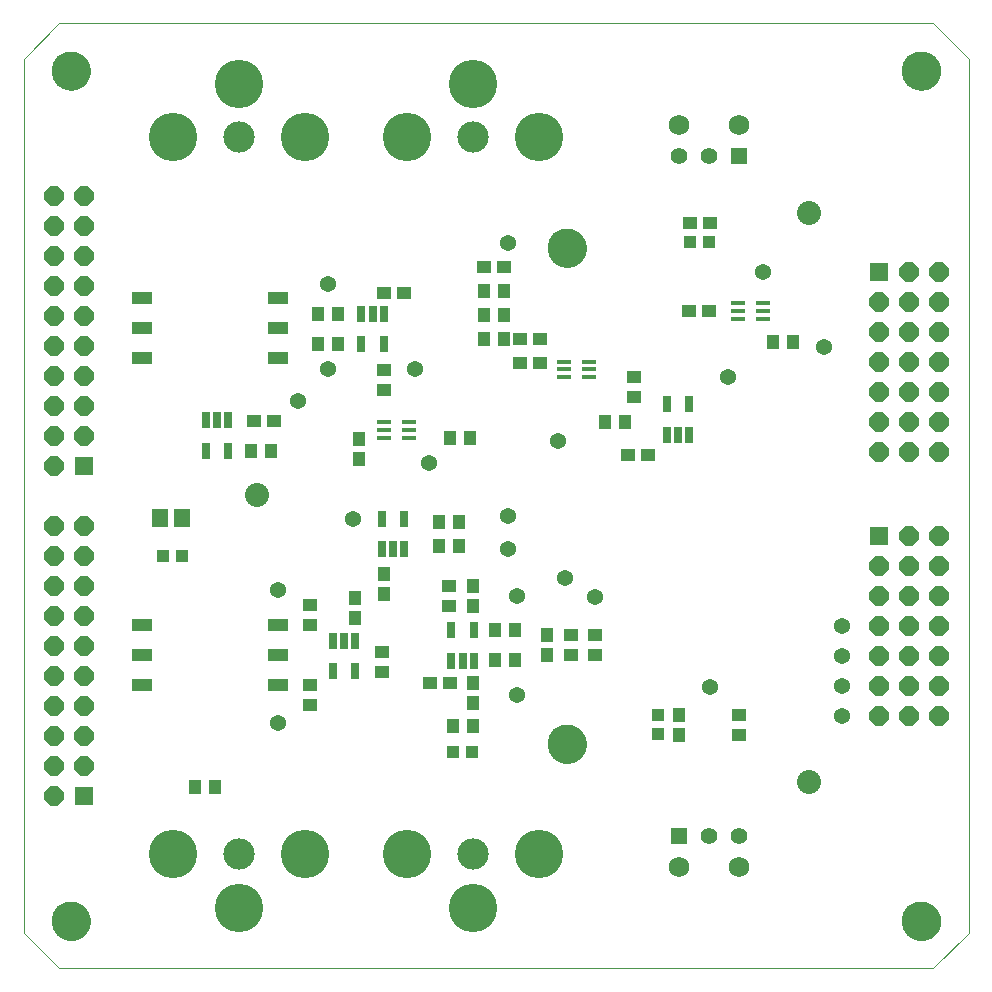
<source format=gts>
G75*
%MOIN*%
%OFA0B0*%
%FSLAX25Y25*%
%IPPOS*%
%LPD*%
%AMOC8*
5,1,8,0,0,1.08239X$1,22.5*
%
%ADD10R,0.04731X0.04337*%
%ADD11R,0.04337X0.04731*%
%ADD12R,0.03943X0.03943*%
%ADD13C,0.05550*%
%ADD14R,0.05550X0.05550*%
%ADD15C,0.06896*%
%ADD16C,0.10439*%
%ADD17C,0.16148*%
%ADD18R,0.06699X0.04337*%
%ADD19C,0.05400*%
%ADD20R,0.05000X0.01800*%
%ADD21R,0.02600X0.05400*%
%ADD22C,0.08000*%
%ADD23OC8,0.06400*%
%ADD24R,0.06400X0.06400*%
%ADD25C,0.00000*%
%ADD26C,0.12998*%
%ADD27R,0.05518X0.06306*%
D10*
X0105511Y0098296D03*
X0105511Y0104989D03*
X0105511Y0124796D03*
X0105511Y0131489D03*
X0129511Y0115989D03*
X0129511Y0109296D03*
X0145665Y0105643D03*
X0152357Y0105643D03*
X0152011Y0131296D03*
X0152011Y0137989D03*
X0192511Y0121489D03*
X0192511Y0114796D03*
X0200511Y0114796D03*
X0200511Y0121489D03*
X0248511Y0094989D03*
X0248511Y0088296D03*
X0218346Y0181557D03*
X0211654Y0181557D03*
X0213800Y0200911D03*
X0213800Y0207604D03*
X0231939Y0229646D03*
X0238631Y0229646D03*
X0238857Y0259043D03*
X0232165Y0259043D03*
X0182357Y0220143D03*
X0175665Y0220143D03*
X0175639Y0212146D03*
X0182331Y0212146D03*
X0170357Y0244143D03*
X0163665Y0244143D03*
X0136857Y0235643D03*
X0130165Y0235643D03*
X0130211Y0209989D03*
X0130211Y0203296D03*
X0093546Y0192957D03*
X0086854Y0192957D03*
D11*
X0085854Y0182957D03*
X0092546Y0182957D03*
X0122011Y0180296D03*
X0122011Y0186989D03*
X0148654Y0159357D03*
X0155346Y0159357D03*
X0155346Y0151157D03*
X0148654Y0151157D03*
X0160011Y0137989D03*
X0160011Y0131296D03*
X0167165Y0123143D03*
X0173857Y0123143D03*
X0173857Y0113143D03*
X0167165Y0113143D03*
X0160011Y0105489D03*
X0160011Y0098796D03*
X0159857Y0091143D03*
X0153165Y0091143D03*
X0184511Y0114796D03*
X0184511Y0121489D03*
X0228511Y0094989D03*
X0228511Y0088296D03*
X0130200Y0135211D03*
X0130200Y0141904D03*
X0120511Y0133989D03*
X0120511Y0127296D03*
X0073857Y0070894D03*
X0067165Y0070894D03*
X0152254Y0187357D03*
X0158946Y0187357D03*
X0163665Y0220143D03*
X0170357Y0220143D03*
X0170357Y0228143D03*
X0163665Y0228143D03*
X0163665Y0236143D03*
X0170357Y0236143D03*
X0203854Y0192457D03*
X0210546Y0192457D03*
X0259954Y0219357D03*
X0266646Y0219357D03*
X0114857Y0218643D03*
X0108165Y0218643D03*
X0108165Y0228743D03*
X0114857Y0228743D03*
D12*
X0063050Y0147957D03*
X0056750Y0147957D03*
X0153361Y0082643D03*
X0159661Y0082643D03*
X0221511Y0088493D03*
X0221511Y0094792D03*
X0232361Y0252543D03*
X0238661Y0252543D03*
D13*
X0238537Y0281257D03*
X0228537Y0281257D03*
X0238537Y0054643D03*
X0248537Y0054643D03*
D14*
X0228537Y0054643D03*
X0248537Y0281257D03*
D15*
X0248537Y0291612D03*
X0228537Y0291612D03*
X0228537Y0044328D03*
X0248537Y0044328D03*
D16*
X0159837Y0048457D03*
X0082137Y0048457D03*
X0082137Y0287426D03*
X0159837Y0287426D03*
D17*
X0159837Y0305143D03*
X0137837Y0287426D03*
X0104137Y0287426D03*
X0082137Y0305143D03*
X0060137Y0287426D03*
X0181837Y0287426D03*
X0181837Y0048457D03*
X0159837Y0030741D03*
X0137837Y0048457D03*
X0104137Y0048457D03*
X0082137Y0030741D03*
X0060137Y0048457D03*
D18*
X0049673Y0104843D03*
X0049673Y0114843D03*
X0049673Y0124843D03*
X0094949Y0124843D03*
X0094949Y0114843D03*
X0094949Y0104843D03*
X0094944Y0213938D03*
X0094944Y0223938D03*
X0094944Y0233938D03*
X0049669Y0233938D03*
X0049669Y0223938D03*
X0049669Y0213938D03*
D19*
X0101700Y0199457D03*
X0111511Y0210143D03*
X0111511Y0238643D03*
X0140511Y0210143D03*
X0145300Y0178857D03*
X0120100Y0160357D03*
X0095011Y0136643D03*
X0095011Y0092143D03*
X0171800Y0150157D03*
X0171800Y0161157D03*
X0190511Y0140543D03*
X0200511Y0134143D03*
X0174511Y0134643D03*
X0174511Y0101643D03*
X0239011Y0104143D03*
X0282900Y0104457D03*
X0282900Y0094457D03*
X0282900Y0114457D03*
X0282900Y0124457D03*
X0245100Y0207657D03*
X0276900Y0217657D03*
X0256511Y0242643D03*
X0188400Y0186357D03*
X0171511Y0252143D03*
D20*
X0190411Y0212743D03*
X0190411Y0210143D03*
X0190411Y0207543D03*
X0198611Y0207543D03*
X0198611Y0210143D03*
X0198611Y0212743D03*
X0248411Y0227043D03*
X0248411Y0229643D03*
X0248411Y0232243D03*
X0256611Y0232243D03*
X0256611Y0229643D03*
X0256611Y0227043D03*
X0138511Y0192543D03*
X0138511Y0189943D03*
X0138511Y0187343D03*
X0130311Y0187343D03*
X0130311Y0189943D03*
X0130311Y0192543D03*
D21*
X0130211Y0218543D03*
X0122811Y0218543D03*
X0122811Y0228743D03*
X0126511Y0228743D03*
X0130211Y0228743D03*
X0078266Y0193128D03*
X0074566Y0193128D03*
X0070866Y0193128D03*
X0070866Y0182928D03*
X0078266Y0182928D03*
X0129500Y0160357D03*
X0136900Y0160357D03*
X0136900Y0150157D03*
X0133200Y0150157D03*
X0129500Y0150157D03*
X0152811Y0123243D03*
X0160211Y0123243D03*
X0160211Y0113043D03*
X0156511Y0113043D03*
X0152811Y0113043D03*
X0120711Y0109543D03*
X0113311Y0109543D03*
X0113311Y0119743D03*
X0117011Y0119743D03*
X0120711Y0119743D03*
X0224500Y0188357D03*
X0228200Y0188357D03*
X0231900Y0188357D03*
X0231900Y0198557D03*
X0224500Y0198557D03*
D22*
X0272011Y0262143D03*
X0088011Y0168143D03*
X0272011Y0072643D03*
D23*
X0295200Y0094457D03*
X0305200Y0094457D03*
X0315200Y0094457D03*
X0315200Y0104457D03*
X0305200Y0104457D03*
X0295200Y0104457D03*
X0295200Y0114457D03*
X0305200Y0114457D03*
X0315200Y0114457D03*
X0315200Y0124457D03*
X0305200Y0124457D03*
X0295200Y0124457D03*
X0295200Y0134457D03*
X0305200Y0134457D03*
X0315200Y0134457D03*
X0315200Y0144457D03*
X0315200Y0154457D03*
X0305200Y0154457D03*
X0305200Y0144457D03*
X0295200Y0144457D03*
X0295200Y0182457D03*
X0305200Y0182457D03*
X0315200Y0182457D03*
X0315200Y0192457D03*
X0305200Y0192457D03*
X0295200Y0192457D03*
X0295200Y0202457D03*
X0305200Y0202457D03*
X0315200Y0202457D03*
X0315200Y0212457D03*
X0305200Y0212457D03*
X0295200Y0212457D03*
X0295200Y0222457D03*
X0305200Y0222457D03*
X0315200Y0222457D03*
X0315200Y0232457D03*
X0305200Y0232457D03*
X0295200Y0232457D03*
X0305200Y0242457D03*
X0315200Y0242457D03*
X0030161Y0237918D03*
X0030161Y0227918D03*
X0030161Y0217918D03*
X0030161Y0207918D03*
X0030161Y0197918D03*
X0030161Y0187918D03*
X0020161Y0187918D03*
X0020161Y0177918D03*
X0020161Y0157918D03*
X0030161Y0157918D03*
X0030161Y0147918D03*
X0030161Y0137918D03*
X0030161Y0127918D03*
X0030161Y0117918D03*
X0030161Y0107918D03*
X0030161Y0097918D03*
X0030161Y0087918D03*
X0030161Y0077918D03*
X0020161Y0077918D03*
X0020161Y0067918D03*
X0020161Y0087918D03*
X0020161Y0097918D03*
X0020161Y0107918D03*
X0020161Y0117918D03*
X0020161Y0127918D03*
X0020161Y0137918D03*
X0020161Y0147918D03*
X0020161Y0197918D03*
X0020161Y0207918D03*
X0020161Y0217918D03*
X0020161Y0227918D03*
X0020161Y0237918D03*
X0020161Y0247918D03*
X0030161Y0247918D03*
X0030161Y0257918D03*
X0030161Y0267918D03*
X0020161Y0267918D03*
X0020161Y0257918D03*
D24*
X0030161Y0177918D03*
X0030161Y0067918D03*
X0295200Y0154457D03*
X0295200Y0242457D03*
D25*
X0022011Y0010457D02*
X0010200Y0022269D01*
X0010200Y0313607D01*
X0022011Y0325418D01*
X0313350Y0325418D01*
X0325161Y0313607D01*
X0325161Y0022269D01*
X0313350Y0010457D01*
X0022011Y0010457D01*
X0019649Y0026206D02*
X0019651Y0026364D01*
X0019657Y0026522D01*
X0019667Y0026680D01*
X0019681Y0026838D01*
X0019699Y0026995D01*
X0019720Y0027152D01*
X0019746Y0027308D01*
X0019776Y0027464D01*
X0019809Y0027619D01*
X0019847Y0027772D01*
X0019888Y0027925D01*
X0019933Y0028077D01*
X0019982Y0028228D01*
X0020035Y0028377D01*
X0020091Y0028525D01*
X0020151Y0028671D01*
X0020215Y0028816D01*
X0020283Y0028959D01*
X0020354Y0029101D01*
X0020428Y0029241D01*
X0020506Y0029378D01*
X0020588Y0029514D01*
X0020672Y0029648D01*
X0020761Y0029779D01*
X0020852Y0029908D01*
X0020947Y0030035D01*
X0021044Y0030160D01*
X0021145Y0030282D01*
X0021249Y0030401D01*
X0021356Y0030518D01*
X0021466Y0030632D01*
X0021579Y0030743D01*
X0021694Y0030852D01*
X0021812Y0030957D01*
X0021933Y0031059D01*
X0022056Y0031159D01*
X0022182Y0031255D01*
X0022310Y0031348D01*
X0022440Y0031438D01*
X0022573Y0031524D01*
X0022708Y0031608D01*
X0022844Y0031687D01*
X0022983Y0031764D01*
X0023124Y0031836D01*
X0023266Y0031906D01*
X0023410Y0031971D01*
X0023556Y0032033D01*
X0023703Y0032091D01*
X0023852Y0032146D01*
X0024002Y0032197D01*
X0024153Y0032244D01*
X0024305Y0032287D01*
X0024458Y0032326D01*
X0024613Y0032362D01*
X0024768Y0032393D01*
X0024924Y0032421D01*
X0025080Y0032445D01*
X0025237Y0032465D01*
X0025395Y0032481D01*
X0025552Y0032493D01*
X0025711Y0032501D01*
X0025869Y0032505D01*
X0026027Y0032505D01*
X0026185Y0032501D01*
X0026344Y0032493D01*
X0026501Y0032481D01*
X0026659Y0032465D01*
X0026816Y0032445D01*
X0026972Y0032421D01*
X0027128Y0032393D01*
X0027283Y0032362D01*
X0027438Y0032326D01*
X0027591Y0032287D01*
X0027743Y0032244D01*
X0027894Y0032197D01*
X0028044Y0032146D01*
X0028193Y0032091D01*
X0028340Y0032033D01*
X0028486Y0031971D01*
X0028630Y0031906D01*
X0028772Y0031836D01*
X0028913Y0031764D01*
X0029052Y0031687D01*
X0029188Y0031608D01*
X0029323Y0031524D01*
X0029456Y0031438D01*
X0029586Y0031348D01*
X0029714Y0031255D01*
X0029840Y0031159D01*
X0029963Y0031059D01*
X0030084Y0030957D01*
X0030202Y0030852D01*
X0030317Y0030743D01*
X0030430Y0030632D01*
X0030540Y0030518D01*
X0030647Y0030401D01*
X0030751Y0030282D01*
X0030852Y0030160D01*
X0030949Y0030035D01*
X0031044Y0029908D01*
X0031135Y0029779D01*
X0031224Y0029648D01*
X0031308Y0029514D01*
X0031390Y0029378D01*
X0031468Y0029241D01*
X0031542Y0029101D01*
X0031613Y0028959D01*
X0031681Y0028816D01*
X0031745Y0028671D01*
X0031805Y0028525D01*
X0031861Y0028377D01*
X0031914Y0028228D01*
X0031963Y0028077D01*
X0032008Y0027925D01*
X0032049Y0027772D01*
X0032087Y0027619D01*
X0032120Y0027464D01*
X0032150Y0027308D01*
X0032176Y0027152D01*
X0032197Y0026995D01*
X0032215Y0026838D01*
X0032229Y0026680D01*
X0032239Y0026522D01*
X0032245Y0026364D01*
X0032247Y0026206D01*
X0032245Y0026048D01*
X0032239Y0025890D01*
X0032229Y0025732D01*
X0032215Y0025574D01*
X0032197Y0025417D01*
X0032176Y0025260D01*
X0032150Y0025104D01*
X0032120Y0024948D01*
X0032087Y0024793D01*
X0032049Y0024640D01*
X0032008Y0024487D01*
X0031963Y0024335D01*
X0031914Y0024184D01*
X0031861Y0024035D01*
X0031805Y0023887D01*
X0031745Y0023741D01*
X0031681Y0023596D01*
X0031613Y0023453D01*
X0031542Y0023311D01*
X0031468Y0023171D01*
X0031390Y0023034D01*
X0031308Y0022898D01*
X0031224Y0022764D01*
X0031135Y0022633D01*
X0031044Y0022504D01*
X0030949Y0022377D01*
X0030852Y0022252D01*
X0030751Y0022130D01*
X0030647Y0022011D01*
X0030540Y0021894D01*
X0030430Y0021780D01*
X0030317Y0021669D01*
X0030202Y0021560D01*
X0030084Y0021455D01*
X0029963Y0021353D01*
X0029840Y0021253D01*
X0029714Y0021157D01*
X0029586Y0021064D01*
X0029456Y0020974D01*
X0029323Y0020888D01*
X0029188Y0020804D01*
X0029052Y0020725D01*
X0028913Y0020648D01*
X0028772Y0020576D01*
X0028630Y0020506D01*
X0028486Y0020441D01*
X0028340Y0020379D01*
X0028193Y0020321D01*
X0028044Y0020266D01*
X0027894Y0020215D01*
X0027743Y0020168D01*
X0027591Y0020125D01*
X0027438Y0020086D01*
X0027283Y0020050D01*
X0027128Y0020019D01*
X0026972Y0019991D01*
X0026816Y0019967D01*
X0026659Y0019947D01*
X0026501Y0019931D01*
X0026344Y0019919D01*
X0026185Y0019911D01*
X0026027Y0019907D01*
X0025869Y0019907D01*
X0025711Y0019911D01*
X0025552Y0019919D01*
X0025395Y0019931D01*
X0025237Y0019947D01*
X0025080Y0019967D01*
X0024924Y0019991D01*
X0024768Y0020019D01*
X0024613Y0020050D01*
X0024458Y0020086D01*
X0024305Y0020125D01*
X0024153Y0020168D01*
X0024002Y0020215D01*
X0023852Y0020266D01*
X0023703Y0020321D01*
X0023556Y0020379D01*
X0023410Y0020441D01*
X0023266Y0020506D01*
X0023124Y0020576D01*
X0022983Y0020648D01*
X0022844Y0020725D01*
X0022708Y0020804D01*
X0022573Y0020888D01*
X0022440Y0020974D01*
X0022310Y0021064D01*
X0022182Y0021157D01*
X0022056Y0021253D01*
X0021933Y0021353D01*
X0021812Y0021455D01*
X0021694Y0021560D01*
X0021579Y0021669D01*
X0021466Y0021780D01*
X0021356Y0021894D01*
X0021249Y0022011D01*
X0021145Y0022130D01*
X0021044Y0022252D01*
X0020947Y0022377D01*
X0020852Y0022504D01*
X0020761Y0022633D01*
X0020672Y0022764D01*
X0020588Y0022898D01*
X0020506Y0023034D01*
X0020428Y0023171D01*
X0020354Y0023311D01*
X0020283Y0023453D01*
X0020215Y0023596D01*
X0020151Y0023741D01*
X0020091Y0023887D01*
X0020035Y0024035D01*
X0019982Y0024184D01*
X0019933Y0024335D01*
X0019888Y0024487D01*
X0019847Y0024640D01*
X0019809Y0024793D01*
X0019776Y0024948D01*
X0019746Y0025104D01*
X0019720Y0025260D01*
X0019699Y0025417D01*
X0019681Y0025574D01*
X0019667Y0025732D01*
X0019657Y0025890D01*
X0019651Y0026048D01*
X0019649Y0026206D01*
X0185003Y0085261D02*
X0185005Y0085419D01*
X0185011Y0085577D01*
X0185021Y0085735D01*
X0185035Y0085893D01*
X0185053Y0086050D01*
X0185074Y0086207D01*
X0185100Y0086363D01*
X0185130Y0086519D01*
X0185163Y0086674D01*
X0185201Y0086827D01*
X0185242Y0086980D01*
X0185287Y0087132D01*
X0185336Y0087283D01*
X0185389Y0087432D01*
X0185445Y0087580D01*
X0185505Y0087726D01*
X0185569Y0087871D01*
X0185637Y0088014D01*
X0185708Y0088156D01*
X0185782Y0088296D01*
X0185860Y0088433D01*
X0185942Y0088569D01*
X0186026Y0088703D01*
X0186115Y0088834D01*
X0186206Y0088963D01*
X0186301Y0089090D01*
X0186398Y0089215D01*
X0186499Y0089337D01*
X0186603Y0089456D01*
X0186710Y0089573D01*
X0186820Y0089687D01*
X0186933Y0089798D01*
X0187048Y0089907D01*
X0187166Y0090012D01*
X0187287Y0090114D01*
X0187410Y0090214D01*
X0187536Y0090310D01*
X0187664Y0090403D01*
X0187794Y0090493D01*
X0187927Y0090579D01*
X0188062Y0090663D01*
X0188198Y0090742D01*
X0188337Y0090819D01*
X0188478Y0090891D01*
X0188620Y0090961D01*
X0188764Y0091026D01*
X0188910Y0091088D01*
X0189057Y0091146D01*
X0189206Y0091201D01*
X0189356Y0091252D01*
X0189507Y0091299D01*
X0189659Y0091342D01*
X0189812Y0091381D01*
X0189967Y0091417D01*
X0190122Y0091448D01*
X0190278Y0091476D01*
X0190434Y0091500D01*
X0190591Y0091520D01*
X0190749Y0091536D01*
X0190906Y0091548D01*
X0191065Y0091556D01*
X0191223Y0091560D01*
X0191381Y0091560D01*
X0191539Y0091556D01*
X0191698Y0091548D01*
X0191855Y0091536D01*
X0192013Y0091520D01*
X0192170Y0091500D01*
X0192326Y0091476D01*
X0192482Y0091448D01*
X0192637Y0091417D01*
X0192792Y0091381D01*
X0192945Y0091342D01*
X0193097Y0091299D01*
X0193248Y0091252D01*
X0193398Y0091201D01*
X0193547Y0091146D01*
X0193694Y0091088D01*
X0193840Y0091026D01*
X0193984Y0090961D01*
X0194126Y0090891D01*
X0194267Y0090819D01*
X0194406Y0090742D01*
X0194542Y0090663D01*
X0194677Y0090579D01*
X0194810Y0090493D01*
X0194940Y0090403D01*
X0195068Y0090310D01*
X0195194Y0090214D01*
X0195317Y0090114D01*
X0195438Y0090012D01*
X0195556Y0089907D01*
X0195671Y0089798D01*
X0195784Y0089687D01*
X0195894Y0089573D01*
X0196001Y0089456D01*
X0196105Y0089337D01*
X0196206Y0089215D01*
X0196303Y0089090D01*
X0196398Y0088963D01*
X0196489Y0088834D01*
X0196578Y0088703D01*
X0196662Y0088569D01*
X0196744Y0088433D01*
X0196822Y0088296D01*
X0196896Y0088156D01*
X0196967Y0088014D01*
X0197035Y0087871D01*
X0197099Y0087726D01*
X0197159Y0087580D01*
X0197215Y0087432D01*
X0197268Y0087283D01*
X0197317Y0087132D01*
X0197362Y0086980D01*
X0197403Y0086827D01*
X0197441Y0086674D01*
X0197474Y0086519D01*
X0197504Y0086363D01*
X0197530Y0086207D01*
X0197551Y0086050D01*
X0197569Y0085893D01*
X0197583Y0085735D01*
X0197593Y0085577D01*
X0197599Y0085419D01*
X0197601Y0085261D01*
X0197599Y0085103D01*
X0197593Y0084945D01*
X0197583Y0084787D01*
X0197569Y0084629D01*
X0197551Y0084472D01*
X0197530Y0084315D01*
X0197504Y0084159D01*
X0197474Y0084003D01*
X0197441Y0083848D01*
X0197403Y0083695D01*
X0197362Y0083542D01*
X0197317Y0083390D01*
X0197268Y0083239D01*
X0197215Y0083090D01*
X0197159Y0082942D01*
X0197099Y0082796D01*
X0197035Y0082651D01*
X0196967Y0082508D01*
X0196896Y0082366D01*
X0196822Y0082226D01*
X0196744Y0082089D01*
X0196662Y0081953D01*
X0196578Y0081819D01*
X0196489Y0081688D01*
X0196398Y0081559D01*
X0196303Y0081432D01*
X0196206Y0081307D01*
X0196105Y0081185D01*
X0196001Y0081066D01*
X0195894Y0080949D01*
X0195784Y0080835D01*
X0195671Y0080724D01*
X0195556Y0080615D01*
X0195438Y0080510D01*
X0195317Y0080408D01*
X0195194Y0080308D01*
X0195068Y0080212D01*
X0194940Y0080119D01*
X0194810Y0080029D01*
X0194677Y0079943D01*
X0194542Y0079859D01*
X0194406Y0079780D01*
X0194267Y0079703D01*
X0194126Y0079631D01*
X0193984Y0079561D01*
X0193840Y0079496D01*
X0193694Y0079434D01*
X0193547Y0079376D01*
X0193398Y0079321D01*
X0193248Y0079270D01*
X0193097Y0079223D01*
X0192945Y0079180D01*
X0192792Y0079141D01*
X0192637Y0079105D01*
X0192482Y0079074D01*
X0192326Y0079046D01*
X0192170Y0079022D01*
X0192013Y0079002D01*
X0191855Y0078986D01*
X0191698Y0078974D01*
X0191539Y0078966D01*
X0191381Y0078962D01*
X0191223Y0078962D01*
X0191065Y0078966D01*
X0190906Y0078974D01*
X0190749Y0078986D01*
X0190591Y0079002D01*
X0190434Y0079022D01*
X0190278Y0079046D01*
X0190122Y0079074D01*
X0189967Y0079105D01*
X0189812Y0079141D01*
X0189659Y0079180D01*
X0189507Y0079223D01*
X0189356Y0079270D01*
X0189206Y0079321D01*
X0189057Y0079376D01*
X0188910Y0079434D01*
X0188764Y0079496D01*
X0188620Y0079561D01*
X0188478Y0079631D01*
X0188337Y0079703D01*
X0188198Y0079780D01*
X0188062Y0079859D01*
X0187927Y0079943D01*
X0187794Y0080029D01*
X0187664Y0080119D01*
X0187536Y0080212D01*
X0187410Y0080308D01*
X0187287Y0080408D01*
X0187166Y0080510D01*
X0187048Y0080615D01*
X0186933Y0080724D01*
X0186820Y0080835D01*
X0186710Y0080949D01*
X0186603Y0081066D01*
X0186499Y0081185D01*
X0186398Y0081307D01*
X0186301Y0081432D01*
X0186206Y0081559D01*
X0186115Y0081688D01*
X0186026Y0081819D01*
X0185942Y0081953D01*
X0185860Y0082089D01*
X0185782Y0082226D01*
X0185708Y0082366D01*
X0185637Y0082508D01*
X0185569Y0082651D01*
X0185505Y0082796D01*
X0185445Y0082942D01*
X0185389Y0083090D01*
X0185336Y0083239D01*
X0185287Y0083390D01*
X0185242Y0083542D01*
X0185201Y0083695D01*
X0185163Y0083848D01*
X0185130Y0084003D01*
X0185100Y0084159D01*
X0185074Y0084315D01*
X0185053Y0084472D01*
X0185035Y0084629D01*
X0185021Y0084787D01*
X0185011Y0084945D01*
X0185005Y0085103D01*
X0185003Y0085261D01*
X0303114Y0026206D02*
X0303116Y0026364D01*
X0303122Y0026522D01*
X0303132Y0026680D01*
X0303146Y0026838D01*
X0303164Y0026995D01*
X0303185Y0027152D01*
X0303211Y0027308D01*
X0303241Y0027464D01*
X0303274Y0027619D01*
X0303312Y0027772D01*
X0303353Y0027925D01*
X0303398Y0028077D01*
X0303447Y0028228D01*
X0303500Y0028377D01*
X0303556Y0028525D01*
X0303616Y0028671D01*
X0303680Y0028816D01*
X0303748Y0028959D01*
X0303819Y0029101D01*
X0303893Y0029241D01*
X0303971Y0029378D01*
X0304053Y0029514D01*
X0304137Y0029648D01*
X0304226Y0029779D01*
X0304317Y0029908D01*
X0304412Y0030035D01*
X0304509Y0030160D01*
X0304610Y0030282D01*
X0304714Y0030401D01*
X0304821Y0030518D01*
X0304931Y0030632D01*
X0305044Y0030743D01*
X0305159Y0030852D01*
X0305277Y0030957D01*
X0305398Y0031059D01*
X0305521Y0031159D01*
X0305647Y0031255D01*
X0305775Y0031348D01*
X0305905Y0031438D01*
X0306038Y0031524D01*
X0306173Y0031608D01*
X0306309Y0031687D01*
X0306448Y0031764D01*
X0306589Y0031836D01*
X0306731Y0031906D01*
X0306875Y0031971D01*
X0307021Y0032033D01*
X0307168Y0032091D01*
X0307317Y0032146D01*
X0307467Y0032197D01*
X0307618Y0032244D01*
X0307770Y0032287D01*
X0307923Y0032326D01*
X0308078Y0032362D01*
X0308233Y0032393D01*
X0308389Y0032421D01*
X0308545Y0032445D01*
X0308702Y0032465D01*
X0308860Y0032481D01*
X0309017Y0032493D01*
X0309176Y0032501D01*
X0309334Y0032505D01*
X0309492Y0032505D01*
X0309650Y0032501D01*
X0309809Y0032493D01*
X0309966Y0032481D01*
X0310124Y0032465D01*
X0310281Y0032445D01*
X0310437Y0032421D01*
X0310593Y0032393D01*
X0310748Y0032362D01*
X0310903Y0032326D01*
X0311056Y0032287D01*
X0311208Y0032244D01*
X0311359Y0032197D01*
X0311509Y0032146D01*
X0311658Y0032091D01*
X0311805Y0032033D01*
X0311951Y0031971D01*
X0312095Y0031906D01*
X0312237Y0031836D01*
X0312378Y0031764D01*
X0312517Y0031687D01*
X0312653Y0031608D01*
X0312788Y0031524D01*
X0312921Y0031438D01*
X0313051Y0031348D01*
X0313179Y0031255D01*
X0313305Y0031159D01*
X0313428Y0031059D01*
X0313549Y0030957D01*
X0313667Y0030852D01*
X0313782Y0030743D01*
X0313895Y0030632D01*
X0314005Y0030518D01*
X0314112Y0030401D01*
X0314216Y0030282D01*
X0314317Y0030160D01*
X0314414Y0030035D01*
X0314509Y0029908D01*
X0314600Y0029779D01*
X0314689Y0029648D01*
X0314773Y0029514D01*
X0314855Y0029378D01*
X0314933Y0029241D01*
X0315007Y0029101D01*
X0315078Y0028959D01*
X0315146Y0028816D01*
X0315210Y0028671D01*
X0315270Y0028525D01*
X0315326Y0028377D01*
X0315379Y0028228D01*
X0315428Y0028077D01*
X0315473Y0027925D01*
X0315514Y0027772D01*
X0315552Y0027619D01*
X0315585Y0027464D01*
X0315615Y0027308D01*
X0315641Y0027152D01*
X0315662Y0026995D01*
X0315680Y0026838D01*
X0315694Y0026680D01*
X0315704Y0026522D01*
X0315710Y0026364D01*
X0315712Y0026206D01*
X0315710Y0026048D01*
X0315704Y0025890D01*
X0315694Y0025732D01*
X0315680Y0025574D01*
X0315662Y0025417D01*
X0315641Y0025260D01*
X0315615Y0025104D01*
X0315585Y0024948D01*
X0315552Y0024793D01*
X0315514Y0024640D01*
X0315473Y0024487D01*
X0315428Y0024335D01*
X0315379Y0024184D01*
X0315326Y0024035D01*
X0315270Y0023887D01*
X0315210Y0023741D01*
X0315146Y0023596D01*
X0315078Y0023453D01*
X0315007Y0023311D01*
X0314933Y0023171D01*
X0314855Y0023034D01*
X0314773Y0022898D01*
X0314689Y0022764D01*
X0314600Y0022633D01*
X0314509Y0022504D01*
X0314414Y0022377D01*
X0314317Y0022252D01*
X0314216Y0022130D01*
X0314112Y0022011D01*
X0314005Y0021894D01*
X0313895Y0021780D01*
X0313782Y0021669D01*
X0313667Y0021560D01*
X0313549Y0021455D01*
X0313428Y0021353D01*
X0313305Y0021253D01*
X0313179Y0021157D01*
X0313051Y0021064D01*
X0312921Y0020974D01*
X0312788Y0020888D01*
X0312653Y0020804D01*
X0312517Y0020725D01*
X0312378Y0020648D01*
X0312237Y0020576D01*
X0312095Y0020506D01*
X0311951Y0020441D01*
X0311805Y0020379D01*
X0311658Y0020321D01*
X0311509Y0020266D01*
X0311359Y0020215D01*
X0311208Y0020168D01*
X0311056Y0020125D01*
X0310903Y0020086D01*
X0310748Y0020050D01*
X0310593Y0020019D01*
X0310437Y0019991D01*
X0310281Y0019967D01*
X0310124Y0019947D01*
X0309966Y0019931D01*
X0309809Y0019919D01*
X0309650Y0019911D01*
X0309492Y0019907D01*
X0309334Y0019907D01*
X0309176Y0019911D01*
X0309017Y0019919D01*
X0308860Y0019931D01*
X0308702Y0019947D01*
X0308545Y0019967D01*
X0308389Y0019991D01*
X0308233Y0020019D01*
X0308078Y0020050D01*
X0307923Y0020086D01*
X0307770Y0020125D01*
X0307618Y0020168D01*
X0307467Y0020215D01*
X0307317Y0020266D01*
X0307168Y0020321D01*
X0307021Y0020379D01*
X0306875Y0020441D01*
X0306731Y0020506D01*
X0306589Y0020576D01*
X0306448Y0020648D01*
X0306309Y0020725D01*
X0306173Y0020804D01*
X0306038Y0020888D01*
X0305905Y0020974D01*
X0305775Y0021064D01*
X0305647Y0021157D01*
X0305521Y0021253D01*
X0305398Y0021353D01*
X0305277Y0021455D01*
X0305159Y0021560D01*
X0305044Y0021669D01*
X0304931Y0021780D01*
X0304821Y0021894D01*
X0304714Y0022011D01*
X0304610Y0022130D01*
X0304509Y0022252D01*
X0304412Y0022377D01*
X0304317Y0022504D01*
X0304226Y0022633D01*
X0304137Y0022764D01*
X0304053Y0022898D01*
X0303971Y0023034D01*
X0303893Y0023171D01*
X0303819Y0023311D01*
X0303748Y0023453D01*
X0303680Y0023596D01*
X0303616Y0023741D01*
X0303556Y0023887D01*
X0303500Y0024035D01*
X0303447Y0024184D01*
X0303398Y0024335D01*
X0303353Y0024487D01*
X0303312Y0024640D01*
X0303274Y0024793D01*
X0303241Y0024948D01*
X0303211Y0025104D01*
X0303185Y0025260D01*
X0303164Y0025417D01*
X0303146Y0025574D01*
X0303132Y0025732D01*
X0303122Y0025890D01*
X0303116Y0026048D01*
X0303114Y0026206D01*
X0185003Y0250615D02*
X0185005Y0250773D01*
X0185011Y0250931D01*
X0185021Y0251089D01*
X0185035Y0251247D01*
X0185053Y0251404D01*
X0185074Y0251561D01*
X0185100Y0251717D01*
X0185130Y0251873D01*
X0185163Y0252028D01*
X0185201Y0252181D01*
X0185242Y0252334D01*
X0185287Y0252486D01*
X0185336Y0252637D01*
X0185389Y0252786D01*
X0185445Y0252934D01*
X0185505Y0253080D01*
X0185569Y0253225D01*
X0185637Y0253368D01*
X0185708Y0253510D01*
X0185782Y0253650D01*
X0185860Y0253787D01*
X0185942Y0253923D01*
X0186026Y0254057D01*
X0186115Y0254188D01*
X0186206Y0254317D01*
X0186301Y0254444D01*
X0186398Y0254569D01*
X0186499Y0254691D01*
X0186603Y0254810D01*
X0186710Y0254927D01*
X0186820Y0255041D01*
X0186933Y0255152D01*
X0187048Y0255261D01*
X0187166Y0255366D01*
X0187287Y0255468D01*
X0187410Y0255568D01*
X0187536Y0255664D01*
X0187664Y0255757D01*
X0187794Y0255847D01*
X0187927Y0255933D01*
X0188062Y0256017D01*
X0188198Y0256096D01*
X0188337Y0256173D01*
X0188478Y0256245D01*
X0188620Y0256315D01*
X0188764Y0256380D01*
X0188910Y0256442D01*
X0189057Y0256500D01*
X0189206Y0256555D01*
X0189356Y0256606D01*
X0189507Y0256653D01*
X0189659Y0256696D01*
X0189812Y0256735D01*
X0189967Y0256771D01*
X0190122Y0256802D01*
X0190278Y0256830D01*
X0190434Y0256854D01*
X0190591Y0256874D01*
X0190749Y0256890D01*
X0190906Y0256902D01*
X0191065Y0256910D01*
X0191223Y0256914D01*
X0191381Y0256914D01*
X0191539Y0256910D01*
X0191698Y0256902D01*
X0191855Y0256890D01*
X0192013Y0256874D01*
X0192170Y0256854D01*
X0192326Y0256830D01*
X0192482Y0256802D01*
X0192637Y0256771D01*
X0192792Y0256735D01*
X0192945Y0256696D01*
X0193097Y0256653D01*
X0193248Y0256606D01*
X0193398Y0256555D01*
X0193547Y0256500D01*
X0193694Y0256442D01*
X0193840Y0256380D01*
X0193984Y0256315D01*
X0194126Y0256245D01*
X0194267Y0256173D01*
X0194406Y0256096D01*
X0194542Y0256017D01*
X0194677Y0255933D01*
X0194810Y0255847D01*
X0194940Y0255757D01*
X0195068Y0255664D01*
X0195194Y0255568D01*
X0195317Y0255468D01*
X0195438Y0255366D01*
X0195556Y0255261D01*
X0195671Y0255152D01*
X0195784Y0255041D01*
X0195894Y0254927D01*
X0196001Y0254810D01*
X0196105Y0254691D01*
X0196206Y0254569D01*
X0196303Y0254444D01*
X0196398Y0254317D01*
X0196489Y0254188D01*
X0196578Y0254057D01*
X0196662Y0253923D01*
X0196744Y0253787D01*
X0196822Y0253650D01*
X0196896Y0253510D01*
X0196967Y0253368D01*
X0197035Y0253225D01*
X0197099Y0253080D01*
X0197159Y0252934D01*
X0197215Y0252786D01*
X0197268Y0252637D01*
X0197317Y0252486D01*
X0197362Y0252334D01*
X0197403Y0252181D01*
X0197441Y0252028D01*
X0197474Y0251873D01*
X0197504Y0251717D01*
X0197530Y0251561D01*
X0197551Y0251404D01*
X0197569Y0251247D01*
X0197583Y0251089D01*
X0197593Y0250931D01*
X0197599Y0250773D01*
X0197601Y0250615D01*
X0197599Y0250457D01*
X0197593Y0250299D01*
X0197583Y0250141D01*
X0197569Y0249983D01*
X0197551Y0249826D01*
X0197530Y0249669D01*
X0197504Y0249513D01*
X0197474Y0249357D01*
X0197441Y0249202D01*
X0197403Y0249049D01*
X0197362Y0248896D01*
X0197317Y0248744D01*
X0197268Y0248593D01*
X0197215Y0248444D01*
X0197159Y0248296D01*
X0197099Y0248150D01*
X0197035Y0248005D01*
X0196967Y0247862D01*
X0196896Y0247720D01*
X0196822Y0247580D01*
X0196744Y0247443D01*
X0196662Y0247307D01*
X0196578Y0247173D01*
X0196489Y0247042D01*
X0196398Y0246913D01*
X0196303Y0246786D01*
X0196206Y0246661D01*
X0196105Y0246539D01*
X0196001Y0246420D01*
X0195894Y0246303D01*
X0195784Y0246189D01*
X0195671Y0246078D01*
X0195556Y0245969D01*
X0195438Y0245864D01*
X0195317Y0245762D01*
X0195194Y0245662D01*
X0195068Y0245566D01*
X0194940Y0245473D01*
X0194810Y0245383D01*
X0194677Y0245297D01*
X0194542Y0245213D01*
X0194406Y0245134D01*
X0194267Y0245057D01*
X0194126Y0244985D01*
X0193984Y0244915D01*
X0193840Y0244850D01*
X0193694Y0244788D01*
X0193547Y0244730D01*
X0193398Y0244675D01*
X0193248Y0244624D01*
X0193097Y0244577D01*
X0192945Y0244534D01*
X0192792Y0244495D01*
X0192637Y0244459D01*
X0192482Y0244428D01*
X0192326Y0244400D01*
X0192170Y0244376D01*
X0192013Y0244356D01*
X0191855Y0244340D01*
X0191698Y0244328D01*
X0191539Y0244320D01*
X0191381Y0244316D01*
X0191223Y0244316D01*
X0191065Y0244320D01*
X0190906Y0244328D01*
X0190749Y0244340D01*
X0190591Y0244356D01*
X0190434Y0244376D01*
X0190278Y0244400D01*
X0190122Y0244428D01*
X0189967Y0244459D01*
X0189812Y0244495D01*
X0189659Y0244534D01*
X0189507Y0244577D01*
X0189356Y0244624D01*
X0189206Y0244675D01*
X0189057Y0244730D01*
X0188910Y0244788D01*
X0188764Y0244850D01*
X0188620Y0244915D01*
X0188478Y0244985D01*
X0188337Y0245057D01*
X0188198Y0245134D01*
X0188062Y0245213D01*
X0187927Y0245297D01*
X0187794Y0245383D01*
X0187664Y0245473D01*
X0187536Y0245566D01*
X0187410Y0245662D01*
X0187287Y0245762D01*
X0187166Y0245864D01*
X0187048Y0245969D01*
X0186933Y0246078D01*
X0186820Y0246189D01*
X0186710Y0246303D01*
X0186603Y0246420D01*
X0186499Y0246539D01*
X0186398Y0246661D01*
X0186301Y0246786D01*
X0186206Y0246913D01*
X0186115Y0247042D01*
X0186026Y0247173D01*
X0185942Y0247307D01*
X0185860Y0247443D01*
X0185782Y0247580D01*
X0185708Y0247720D01*
X0185637Y0247862D01*
X0185569Y0248005D01*
X0185505Y0248150D01*
X0185445Y0248296D01*
X0185389Y0248444D01*
X0185336Y0248593D01*
X0185287Y0248744D01*
X0185242Y0248896D01*
X0185201Y0249049D01*
X0185163Y0249202D01*
X0185130Y0249357D01*
X0185100Y0249513D01*
X0185074Y0249669D01*
X0185053Y0249826D01*
X0185035Y0249983D01*
X0185021Y0250141D01*
X0185011Y0250299D01*
X0185005Y0250457D01*
X0185003Y0250615D01*
X0303114Y0309670D02*
X0303116Y0309828D01*
X0303122Y0309986D01*
X0303132Y0310144D01*
X0303146Y0310302D01*
X0303164Y0310459D01*
X0303185Y0310616D01*
X0303211Y0310772D01*
X0303241Y0310928D01*
X0303274Y0311083D01*
X0303312Y0311236D01*
X0303353Y0311389D01*
X0303398Y0311541D01*
X0303447Y0311692D01*
X0303500Y0311841D01*
X0303556Y0311989D01*
X0303616Y0312135D01*
X0303680Y0312280D01*
X0303748Y0312423D01*
X0303819Y0312565D01*
X0303893Y0312705D01*
X0303971Y0312842D01*
X0304053Y0312978D01*
X0304137Y0313112D01*
X0304226Y0313243D01*
X0304317Y0313372D01*
X0304412Y0313499D01*
X0304509Y0313624D01*
X0304610Y0313746D01*
X0304714Y0313865D01*
X0304821Y0313982D01*
X0304931Y0314096D01*
X0305044Y0314207D01*
X0305159Y0314316D01*
X0305277Y0314421D01*
X0305398Y0314523D01*
X0305521Y0314623D01*
X0305647Y0314719D01*
X0305775Y0314812D01*
X0305905Y0314902D01*
X0306038Y0314988D01*
X0306173Y0315072D01*
X0306309Y0315151D01*
X0306448Y0315228D01*
X0306589Y0315300D01*
X0306731Y0315370D01*
X0306875Y0315435D01*
X0307021Y0315497D01*
X0307168Y0315555D01*
X0307317Y0315610D01*
X0307467Y0315661D01*
X0307618Y0315708D01*
X0307770Y0315751D01*
X0307923Y0315790D01*
X0308078Y0315826D01*
X0308233Y0315857D01*
X0308389Y0315885D01*
X0308545Y0315909D01*
X0308702Y0315929D01*
X0308860Y0315945D01*
X0309017Y0315957D01*
X0309176Y0315965D01*
X0309334Y0315969D01*
X0309492Y0315969D01*
X0309650Y0315965D01*
X0309809Y0315957D01*
X0309966Y0315945D01*
X0310124Y0315929D01*
X0310281Y0315909D01*
X0310437Y0315885D01*
X0310593Y0315857D01*
X0310748Y0315826D01*
X0310903Y0315790D01*
X0311056Y0315751D01*
X0311208Y0315708D01*
X0311359Y0315661D01*
X0311509Y0315610D01*
X0311658Y0315555D01*
X0311805Y0315497D01*
X0311951Y0315435D01*
X0312095Y0315370D01*
X0312237Y0315300D01*
X0312378Y0315228D01*
X0312517Y0315151D01*
X0312653Y0315072D01*
X0312788Y0314988D01*
X0312921Y0314902D01*
X0313051Y0314812D01*
X0313179Y0314719D01*
X0313305Y0314623D01*
X0313428Y0314523D01*
X0313549Y0314421D01*
X0313667Y0314316D01*
X0313782Y0314207D01*
X0313895Y0314096D01*
X0314005Y0313982D01*
X0314112Y0313865D01*
X0314216Y0313746D01*
X0314317Y0313624D01*
X0314414Y0313499D01*
X0314509Y0313372D01*
X0314600Y0313243D01*
X0314689Y0313112D01*
X0314773Y0312978D01*
X0314855Y0312842D01*
X0314933Y0312705D01*
X0315007Y0312565D01*
X0315078Y0312423D01*
X0315146Y0312280D01*
X0315210Y0312135D01*
X0315270Y0311989D01*
X0315326Y0311841D01*
X0315379Y0311692D01*
X0315428Y0311541D01*
X0315473Y0311389D01*
X0315514Y0311236D01*
X0315552Y0311083D01*
X0315585Y0310928D01*
X0315615Y0310772D01*
X0315641Y0310616D01*
X0315662Y0310459D01*
X0315680Y0310302D01*
X0315694Y0310144D01*
X0315704Y0309986D01*
X0315710Y0309828D01*
X0315712Y0309670D01*
X0315710Y0309512D01*
X0315704Y0309354D01*
X0315694Y0309196D01*
X0315680Y0309038D01*
X0315662Y0308881D01*
X0315641Y0308724D01*
X0315615Y0308568D01*
X0315585Y0308412D01*
X0315552Y0308257D01*
X0315514Y0308104D01*
X0315473Y0307951D01*
X0315428Y0307799D01*
X0315379Y0307648D01*
X0315326Y0307499D01*
X0315270Y0307351D01*
X0315210Y0307205D01*
X0315146Y0307060D01*
X0315078Y0306917D01*
X0315007Y0306775D01*
X0314933Y0306635D01*
X0314855Y0306498D01*
X0314773Y0306362D01*
X0314689Y0306228D01*
X0314600Y0306097D01*
X0314509Y0305968D01*
X0314414Y0305841D01*
X0314317Y0305716D01*
X0314216Y0305594D01*
X0314112Y0305475D01*
X0314005Y0305358D01*
X0313895Y0305244D01*
X0313782Y0305133D01*
X0313667Y0305024D01*
X0313549Y0304919D01*
X0313428Y0304817D01*
X0313305Y0304717D01*
X0313179Y0304621D01*
X0313051Y0304528D01*
X0312921Y0304438D01*
X0312788Y0304352D01*
X0312653Y0304268D01*
X0312517Y0304189D01*
X0312378Y0304112D01*
X0312237Y0304040D01*
X0312095Y0303970D01*
X0311951Y0303905D01*
X0311805Y0303843D01*
X0311658Y0303785D01*
X0311509Y0303730D01*
X0311359Y0303679D01*
X0311208Y0303632D01*
X0311056Y0303589D01*
X0310903Y0303550D01*
X0310748Y0303514D01*
X0310593Y0303483D01*
X0310437Y0303455D01*
X0310281Y0303431D01*
X0310124Y0303411D01*
X0309966Y0303395D01*
X0309809Y0303383D01*
X0309650Y0303375D01*
X0309492Y0303371D01*
X0309334Y0303371D01*
X0309176Y0303375D01*
X0309017Y0303383D01*
X0308860Y0303395D01*
X0308702Y0303411D01*
X0308545Y0303431D01*
X0308389Y0303455D01*
X0308233Y0303483D01*
X0308078Y0303514D01*
X0307923Y0303550D01*
X0307770Y0303589D01*
X0307618Y0303632D01*
X0307467Y0303679D01*
X0307317Y0303730D01*
X0307168Y0303785D01*
X0307021Y0303843D01*
X0306875Y0303905D01*
X0306731Y0303970D01*
X0306589Y0304040D01*
X0306448Y0304112D01*
X0306309Y0304189D01*
X0306173Y0304268D01*
X0306038Y0304352D01*
X0305905Y0304438D01*
X0305775Y0304528D01*
X0305647Y0304621D01*
X0305521Y0304717D01*
X0305398Y0304817D01*
X0305277Y0304919D01*
X0305159Y0305024D01*
X0305044Y0305133D01*
X0304931Y0305244D01*
X0304821Y0305358D01*
X0304714Y0305475D01*
X0304610Y0305594D01*
X0304509Y0305716D01*
X0304412Y0305841D01*
X0304317Y0305968D01*
X0304226Y0306097D01*
X0304137Y0306228D01*
X0304053Y0306362D01*
X0303971Y0306498D01*
X0303893Y0306635D01*
X0303819Y0306775D01*
X0303748Y0306917D01*
X0303680Y0307060D01*
X0303616Y0307205D01*
X0303556Y0307351D01*
X0303500Y0307499D01*
X0303447Y0307648D01*
X0303398Y0307799D01*
X0303353Y0307951D01*
X0303312Y0308104D01*
X0303274Y0308257D01*
X0303241Y0308412D01*
X0303211Y0308568D01*
X0303185Y0308724D01*
X0303164Y0308881D01*
X0303146Y0309038D01*
X0303132Y0309196D01*
X0303122Y0309354D01*
X0303116Y0309512D01*
X0303114Y0309670D01*
X0019649Y0309670D02*
X0019651Y0309828D01*
X0019657Y0309986D01*
X0019667Y0310144D01*
X0019681Y0310302D01*
X0019699Y0310459D01*
X0019720Y0310616D01*
X0019746Y0310772D01*
X0019776Y0310928D01*
X0019809Y0311083D01*
X0019847Y0311236D01*
X0019888Y0311389D01*
X0019933Y0311541D01*
X0019982Y0311692D01*
X0020035Y0311841D01*
X0020091Y0311989D01*
X0020151Y0312135D01*
X0020215Y0312280D01*
X0020283Y0312423D01*
X0020354Y0312565D01*
X0020428Y0312705D01*
X0020506Y0312842D01*
X0020588Y0312978D01*
X0020672Y0313112D01*
X0020761Y0313243D01*
X0020852Y0313372D01*
X0020947Y0313499D01*
X0021044Y0313624D01*
X0021145Y0313746D01*
X0021249Y0313865D01*
X0021356Y0313982D01*
X0021466Y0314096D01*
X0021579Y0314207D01*
X0021694Y0314316D01*
X0021812Y0314421D01*
X0021933Y0314523D01*
X0022056Y0314623D01*
X0022182Y0314719D01*
X0022310Y0314812D01*
X0022440Y0314902D01*
X0022573Y0314988D01*
X0022708Y0315072D01*
X0022844Y0315151D01*
X0022983Y0315228D01*
X0023124Y0315300D01*
X0023266Y0315370D01*
X0023410Y0315435D01*
X0023556Y0315497D01*
X0023703Y0315555D01*
X0023852Y0315610D01*
X0024002Y0315661D01*
X0024153Y0315708D01*
X0024305Y0315751D01*
X0024458Y0315790D01*
X0024613Y0315826D01*
X0024768Y0315857D01*
X0024924Y0315885D01*
X0025080Y0315909D01*
X0025237Y0315929D01*
X0025395Y0315945D01*
X0025552Y0315957D01*
X0025711Y0315965D01*
X0025869Y0315969D01*
X0026027Y0315969D01*
X0026185Y0315965D01*
X0026344Y0315957D01*
X0026501Y0315945D01*
X0026659Y0315929D01*
X0026816Y0315909D01*
X0026972Y0315885D01*
X0027128Y0315857D01*
X0027283Y0315826D01*
X0027438Y0315790D01*
X0027591Y0315751D01*
X0027743Y0315708D01*
X0027894Y0315661D01*
X0028044Y0315610D01*
X0028193Y0315555D01*
X0028340Y0315497D01*
X0028486Y0315435D01*
X0028630Y0315370D01*
X0028772Y0315300D01*
X0028913Y0315228D01*
X0029052Y0315151D01*
X0029188Y0315072D01*
X0029323Y0314988D01*
X0029456Y0314902D01*
X0029586Y0314812D01*
X0029714Y0314719D01*
X0029840Y0314623D01*
X0029963Y0314523D01*
X0030084Y0314421D01*
X0030202Y0314316D01*
X0030317Y0314207D01*
X0030430Y0314096D01*
X0030540Y0313982D01*
X0030647Y0313865D01*
X0030751Y0313746D01*
X0030852Y0313624D01*
X0030949Y0313499D01*
X0031044Y0313372D01*
X0031135Y0313243D01*
X0031224Y0313112D01*
X0031308Y0312978D01*
X0031390Y0312842D01*
X0031468Y0312705D01*
X0031542Y0312565D01*
X0031613Y0312423D01*
X0031681Y0312280D01*
X0031745Y0312135D01*
X0031805Y0311989D01*
X0031861Y0311841D01*
X0031914Y0311692D01*
X0031963Y0311541D01*
X0032008Y0311389D01*
X0032049Y0311236D01*
X0032087Y0311083D01*
X0032120Y0310928D01*
X0032150Y0310772D01*
X0032176Y0310616D01*
X0032197Y0310459D01*
X0032215Y0310302D01*
X0032229Y0310144D01*
X0032239Y0309986D01*
X0032245Y0309828D01*
X0032247Y0309670D01*
X0032245Y0309512D01*
X0032239Y0309354D01*
X0032229Y0309196D01*
X0032215Y0309038D01*
X0032197Y0308881D01*
X0032176Y0308724D01*
X0032150Y0308568D01*
X0032120Y0308412D01*
X0032087Y0308257D01*
X0032049Y0308104D01*
X0032008Y0307951D01*
X0031963Y0307799D01*
X0031914Y0307648D01*
X0031861Y0307499D01*
X0031805Y0307351D01*
X0031745Y0307205D01*
X0031681Y0307060D01*
X0031613Y0306917D01*
X0031542Y0306775D01*
X0031468Y0306635D01*
X0031390Y0306498D01*
X0031308Y0306362D01*
X0031224Y0306228D01*
X0031135Y0306097D01*
X0031044Y0305968D01*
X0030949Y0305841D01*
X0030852Y0305716D01*
X0030751Y0305594D01*
X0030647Y0305475D01*
X0030540Y0305358D01*
X0030430Y0305244D01*
X0030317Y0305133D01*
X0030202Y0305024D01*
X0030084Y0304919D01*
X0029963Y0304817D01*
X0029840Y0304717D01*
X0029714Y0304621D01*
X0029586Y0304528D01*
X0029456Y0304438D01*
X0029323Y0304352D01*
X0029188Y0304268D01*
X0029052Y0304189D01*
X0028913Y0304112D01*
X0028772Y0304040D01*
X0028630Y0303970D01*
X0028486Y0303905D01*
X0028340Y0303843D01*
X0028193Y0303785D01*
X0028044Y0303730D01*
X0027894Y0303679D01*
X0027743Y0303632D01*
X0027591Y0303589D01*
X0027438Y0303550D01*
X0027283Y0303514D01*
X0027128Y0303483D01*
X0026972Y0303455D01*
X0026816Y0303431D01*
X0026659Y0303411D01*
X0026501Y0303395D01*
X0026344Y0303383D01*
X0026185Y0303375D01*
X0026027Y0303371D01*
X0025869Y0303371D01*
X0025711Y0303375D01*
X0025552Y0303383D01*
X0025395Y0303395D01*
X0025237Y0303411D01*
X0025080Y0303431D01*
X0024924Y0303455D01*
X0024768Y0303483D01*
X0024613Y0303514D01*
X0024458Y0303550D01*
X0024305Y0303589D01*
X0024153Y0303632D01*
X0024002Y0303679D01*
X0023852Y0303730D01*
X0023703Y0303785D01*
X0023556Y0303843D01*
X0023410Y0303905D01*
X0023266Y0303970D01*
X0023124Y0304040D01*
X0022983Y0304112D01*
X0022844Y0304189D01*
X0022708Y0304268D01*
X0022573Y0304352D01*
X0022440Y0304438D01*
X0022310Y0304528D01*
X0022182Y0304621D01*
X0022056Y0304717D01*
X0021933Y0304817D01*
X0021812Y0304919D01*
X0021694Y0305024D01*
X0021579Y0305133D01*
X0021466Y0305244D01*
X0021356Y0305358D01*
X0021249Y0305475D01*
X0021145Y0305594D01*
X0021044Y0305716D01*
X0020947Y0305841D01*
X0020852Y0305968D01*
X0020761Y0306097D01*
X0020672Y0306228D01*
X0020588Y0306362D01*
X0020506Y0306498D01*
X0020428Y0306635D01*
X0020354Y0306775D01*
X0020283Y0306917D01*
X0020215Y0307060D01*
X0020151Y0307205D01*
X0020091Y0307351D01*
X0020035Y0307499D01*
X0019982Y0307648D01*
X0019933Y0307799D01*
X0019888Y0307951D01*
X0019847Y0308104D01*
X0019809Y0308257D01*
X0019776Y0308412D01*
X0019746Y0308568D01*
X0019720Y0308724D01*
X0019699Y0308881D01*
X0019681Y0309038D01*
X0019667Y0309196D01*
X0019657Y0309354D01*
X0019651Y0309512D01*
X0019649Y0309670D01*
D26*
X0025948Y0309670D03*
X0191302Y0250615D03*
X0309413Y0309670D03*
X0191302Y0085261D03*
X0309413Y0026206D03*
X0025948Y0026206D03*
D27*
X0055560Y0160657D03*
X0063040Y0160657D03*
M02*

</source>
